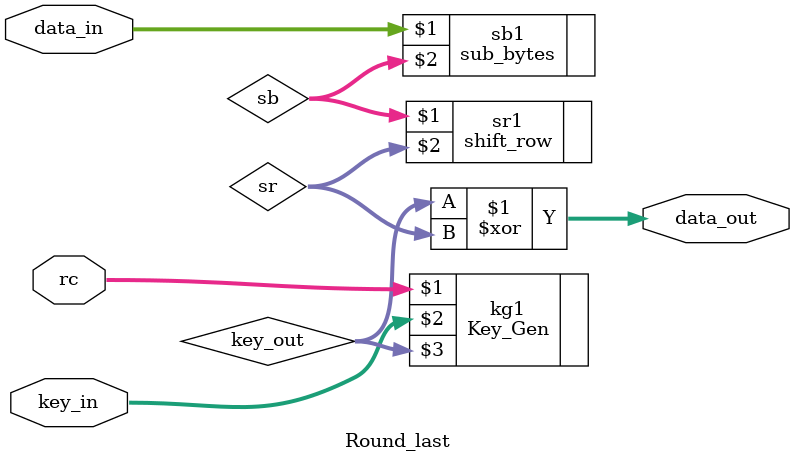
<source format=v>
module Round_last(rc, data_in, key_in, data_out);

input [3:0] rc;
input [127:0] data_in, key_in;
output [127:0] data_out;

wire [127:0] sb, sr, key_out;

Key_Gen kg1(rc, key_in, key_out);
sub_bytes sb1(data_in, sb);
shift_row sr1(sb, sr);

assign data_out = key_out ^ sr;

endmodule


</source>
